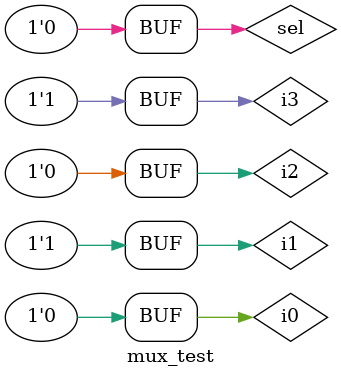
<source format=v>
`timescale 1ns / 1ps


module mux_test;

	// Inputs
	reg i0;
	reg i1;
	reg i2;
	reg i3;
	reg sel;


	// Outputs
	reg op;

	// Instantiate the Unit Under Test (UUT)
	mux m1(i0,i1,i2,i3,sel,op);

	initial begin
		// Initialize Inputs
		i0 = 0;
		i1 = 1;
		i2 = 0;
		i3 = 1;
		sel = 0;
	

		// Wait 100 ns for global reset to finish
		#100
		sel=1;
		
		#110
		sel=2;
		
		#120
		sel=3;
		
		#130
		sel=0;
		
		
        
		// Add stimulus here

	end
      
endmodule


</source>
